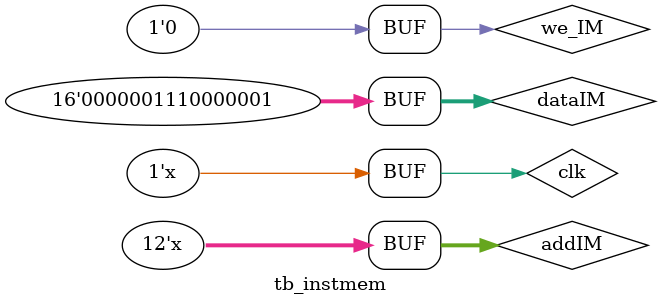
<source format=v>

module instmem(clk, we_IM, dataIM, addIM, outIM);
input clk;
input we_IM;
input [15:0] dataIM;
input [11:0] addIM;
output [15:0] outIM;

reg [15:0] outIM;

// Memory is an array stored at particular address

reg [15:0] mem [0 : 15];

always@(posedge clk)
begin
	if (we_IM == 1) begin
	mem[addIM] = dataIM;
	end
	
	else if (we_IM == 0) begin
	outIM = mem[addIM];
	end
end
endmodule

////////////////////////////////////////////////////////////////////////
//	Test bench for the Instruction memory design used	///////
//////////////////////////////////////////////////////////////////////
module tb_instmem();
reg clk;
reg we_IM;
reg [15:0] dataIM;
reg [11:0] addIM;
wire [15:0] outIM;

// Instantiation of the design
instmem d1 (.clk(clk), .we_IM(we_IM), .dataIM(dataIM), .addIM(addIM), .outIM(outIM));


// Initialization of signals
initial
begin
	clk <= 0;
	we_IM <= 0;
	dataIM <= 16'h0000;
	addIM <= 12'h000;
end

// Clock setup
always #5 clk = ~clk;

// Address setup 
always #60 addIM = addIM + 12'h001;

// Stimulus
initial 
begin
	#5 we_IM <= 1;
	#5 dataIM <= 16'h0234;
	#30 we_IM <= 0;

	#60 we_IM <= 1;
	#60 dataIM <= 16'h0381;
	#90 we_IM <= 0;
end
endmodule

</source>
